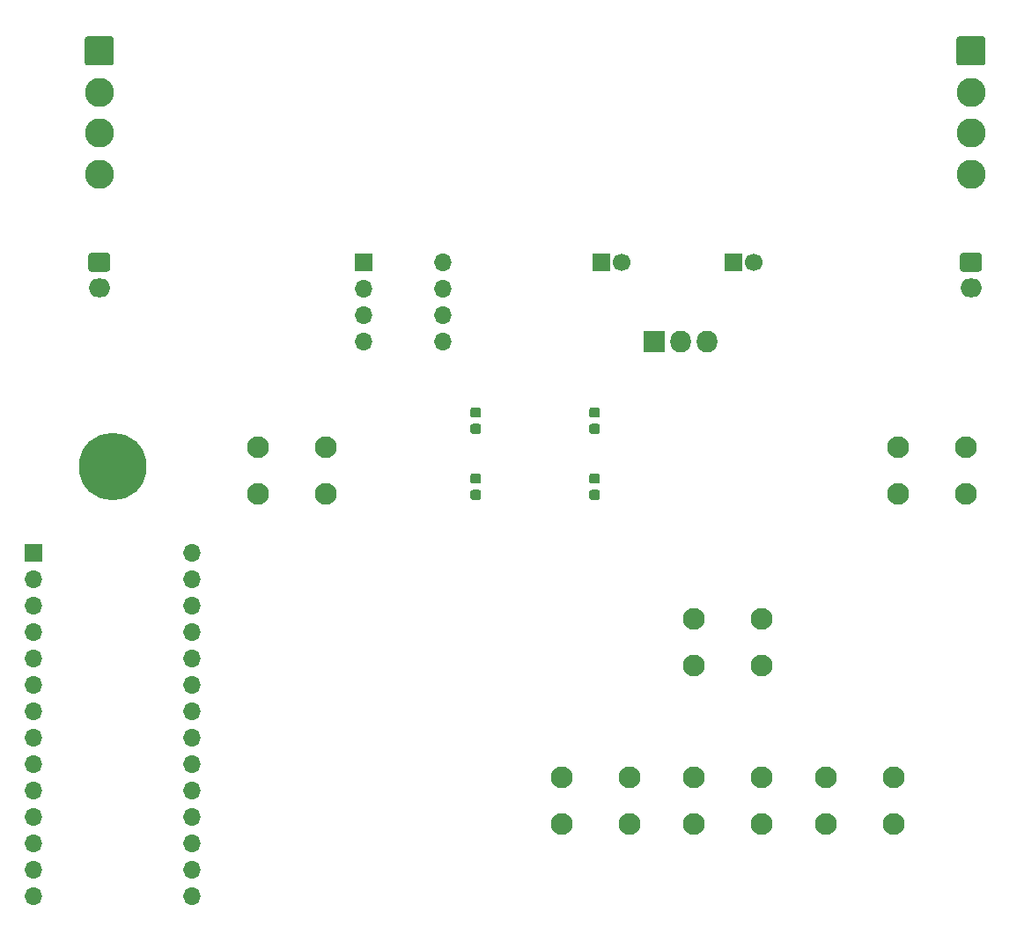
<source format=gts>
G04 #@! TF.GenerationSoftware,KiCad,Pcbnew,(5.1.6)-1*
G04 #@! TF.CreationDate,2020-09-10T20:19:44+09:00*
G04 #@! TF.ProjectId,ControllerPCB,436f6e74-726f-46c6-9c65-725043422e6b,rev?*
G04 #@! TF.SameCoordinates,Original*
G04 #@! TF.FileFunction,Soldermask,Top*
G04 #@! TF.FilePolarity,Negative*
%FSLAX46Y46*%
G04 Gerber Fmt 4.6, Leading zero omitted, Abs format (unit mm)*
G04 Created by KiCad (PCBNEW (5.1.6)-1) date 2020-09-10 20:19:44*
%MOMM*%
%LPD*%
G01*
G04 APERTURE LIST*
%ADD10C,6.500000*%
%ADD11O,2.005000X2.100000*%
%ADD12R,2.005000X2.100000*%
%ADD13C,2.100000*%
%ADD14O,1.700000X1.700000*%
%ADD15R,1.700000X1.700000*%
%ADD16O,2.100000X1.800000*%
%ADD17C,2.800000*%
%ADD18C,1.700000*%
G04 APERTURE END LIST*
D10*
G04 #@! TO.C,REF\u002A\u002A*
X110490000Y-99695000D03*
G04 #@! TD*
D11*
G04 #@! TO.C,U1*
X167640000Y-87630000D03*
X165100000Y-87630000D03*
D12*
X162560000Y-87630000D03*
G04 #@! TD*
D13*
G04 #@! TO.C,SW6*
X192555000Y-97790000D03*
X192555000Y-102290000D03*
X186055000Y-97790000D03*
X186055000Y-102290000D03*
G04 #@! TD*
G04 #@! TO.C,SW5*
X185570000Y-129540000D03*
X185570000Y-134040000D03*
X179070000Y-129540000D03*
X179070000Y-134040000D03*
G04 #@! TD*
G04 #@! TO.C,SW4*
X172870000Y-129540000D03*
X172870000Y-134040000D03*
X166370000Y-129540000D03*
X166370000Y-134040000D03*
G04 #@! TD*
G04 #@! TO.C,SW3*
X172870000Y-114300000D03*
X172870000Y-118800000D03*
X166370000Y-114300000D03*
X166370000Y-118800000D03*
G04 #@! TD*
G04 #@! TO.C,SW2*
X160170000Y-129540000D03*
X160170000Y-134040000D03*
X153670000Y-129540000D03*
X153670000Y-134040000D03*
G04 #@! TD*
G04 #@! TO.C,SW1*
X130960000Y-97790000D03*
X130960000Y-102290000D03*
X124460000Y-97790000D03*
X124460000Y-102290000D03*
G04 #@! TD*
G04 #@! TO.C,R6*
G36*
G01*
X145133750Y-95550000D02*
X145696250Y-95550000D01*
G75*
G02*
X145940000Y-95793750I0J-243750D01*
G01*
X145940000Y-96281250D01*
G75*
G02*
X145696250Y-96525000I-243750J0D01*
G01*
X145133750Y-96525000D01*
G75*
G02*
X144890000Y-96281250I0J243750D01*
G01*
X144890000Y-95793750D01*
G75*
G02*
X145133750Y-95550000I243750J0D01*
G01*
G37*
G36*
G01*
X145133750Y-93975000D02*
X145696250Y-93975000D01*
G75*
G02*
X145940000Y-94218750I0J-243750D01*
G01*
X145940000Y-94706250D01*
G75*
G02*
X145696250Y-94950000I-243750J0D01*
G01*
X145133750Y-94950000D01*
G75*
G02*
X144890000Y-94706250I0J243750D01*
G01*
X144890000Y-94218750D01*
G75*
G02*
X145133750Y-93975000I243750J0D01*
G01*
G37*
G04 #@! TD*
G04 #@! TO.C,R5*
G36*
G01*
X156563750Y-95550000D02*
X157126250Y-95550000D01*
G75*
G02*
X157370000Y-95793750I0J-243750D01*
G01*
X157370000Y-96281250D01*
G75*
G02*
X157126250Y-96525000I-243750J0D01*
G01*
X156563750Y-96525000D01*
G75*
G02*
X156320000Y-96281250I0J243750D01*
G01*
X156320000Y-95793750D01*
G75*
G02*
X156563750Y-95550000I243750J0D01*
G01*
G37*
G36*
G01*
X156563750Y-93975000D02*
X157126250Y-93975000D01*
G75*
G02*
X157370000Y-94218750I0J-243750D01*
G01*
X157370000Y-94706250D01*
G75*
G02*
X157126250Y-94950000I-243750J0D01*
G01*
X156563750Y-94950000D01*
G75*
G02*
X156320000Y-94706250I0J243750D01*
G01*
X156320000Y-94218750D01*
G75*
G02*
X156563750Y-93975000I243750J0D01*
G01*
G37*
G04 #@! TD*
D14*
G04 #@! TO.C,J6*
X142240000Y-80010000D03*
X134620000Y-87630000D03*
X142240000Y-82550000D03*
X134620000Y-85090000D03*
X142240000Y-85090000D03*
X134620000Y-82550000D03*
X142240000Y-87630000D03*
D15*
X134620000Y-80010000D03*
G04 #@! TD*
D16*
G04 #@! TO.C,J5*
X109220000Y-82510000D03*
G36*
G01*
X108434706Y-79110000D02*
X110005294Y-79110000D01*
G75*
G02*
X110270000Y-79374706I0J-264706D01*
G01*
X110270000Y-80645294D01*
G75*
G02*
X110005294Y-80910000I-264706J0D01*
G01*
X108434706Y-80910000D01*
G75*
G02*
X108170000Y-80645294I0J264706D01*
G01*
X108170000Y-79374706D01*
G75*
G02*
X108434706Y-79110000I264706J0D01*
G01*
G37*
G04 #@! TD*
D17*
G04 #@! TO.C,J4*
X193040000Y-71570000D03*
X193040000Y-67610000D03*
X193040000Y-63650000D03*
G36*
G01*
X191899260Y-58290000D02*
X194180740Y-58290000D01*
G75*
G02*
X194440000Y-58549260I0J-259260D01*
G01*
X194440000Y-60830740D01*
G75*
G02*
X194180740Y-61090000I-259260J0D01*
G01*
X191899260Y-61090000D01*
G75*
G02*
X191640000Y-60830740I0J259260D01*
G01*
X191640000Y-58549260D01*
G75*
G02*
X191899260Y-58290000I259260J0D01*
G01*
G37*
G04 #@! TD*
D14*
G04 #@! TO.C,J3*
X118110000Y-107950000D03*
X102870000Y-140970000D03*
X118110000Y-110490000D03*
X102870000Y-138430000D03*
X118110000Y-113030000D03*
X102870000Y-135890000D03*
X118110000Y-115570000D03*
X102870000Y-133350000D03*
X118110000Y-118110000D03*
X102870000Y-130810000D03*
X118110000Y-120650000D03*
X102870000Y-128270000D03*
X118110000Y-123190000D03*
X102870000Y-125730000D03*
X118110000Y-125730000D03*
X102870000Y-123190000D03*
X118110000Y-128270000D03*
X102870000Y-120650000D03*
X118110000Y-130810000D03*
X102870000Y-118110000D03*
X118110000Y-133350000D03*
X102870000Y-115570000D03*
X118110000Y-135890000D03*
X102870000Y-113030000D03*
X118110000Y-138430000D03*
X102870000Y-110490000D03*
X118110000Y-140970000D03*
D15*
X102870000Y-107950000D03*
G04 #@! TD*
D16*
G04 #@! TO.C,J2*
X193040000Y-82510000D03*
G36*
G01*
X192254706Y-79110000D02*
X193825294Y-79110000D01*
G75*
G02*
X194090000Y-79374706I0J-264706D01*
G01*
X194090000Y-80645294D01*
G75*
G02*
X193825294Y-80910000I-264706J0D01*
G01*
X192254706Y-80910000D01*
G75*
G02*
X191990000Y-80645294I0J264706D01*
G01*
X191990000Y-79374706D01*
G75*
G02*
X192254706Y-79110000I264706J0D01*
G01*
G37*
G04 #@! TD*
D17*
G04 #@! TO.C,J1*
X109220000Y-71570000D03*
X109220000Y-67610000D03*
X109220000Y-63650000D03*
G36*
G01*
X108079260Y-58290000D02*
X110360740Y-58290000D01*
G75*
G02*
X110620000Y-58549260I0J-259260D01*
G01*
X110620000Y-60830740D01*
G75*
G02*
X110360740Y-61090000I-259260J0D01*
G01*
X108079260Y-61090000D01*
G75*
G02*
X107820000Y-60830740I0J259260D01*
G01*
X107820000Y-58549260D01*
G75*
G02*
X108079260Y-58290000I259260J0D01*
G01*
G37*
G04 #@! TD*
G04 #@! TO.C,D2*
G36*
G01*
X145696250Y-101300000D02*
X145133750Y-101300000D01*
G75*
G02*
X144890000Y-101056250I0J243750D01*
G01*
X144890000Y-100568750D01*
G75*
G02*
X145133750Y-100325000I243750J0D01*
G01*
X145696250Y-100325000D01*
G75*
G02*
X145940000Y-100568750I0J-243750D01*
G01*
X145940000Y-101056250D01*
G75*
G02*
X145696250Y-101300000I-243750J0D01*
G01*
G37*
G36*
G01*
X145696250Y-102875000D02*
X145133750Y-102875000D01*
G75*
G02*
X144890000Y-102631250I0J243750D01*
G01*
X144890000Y-102143750D01*
G75*
G02*
X145133750Y-101900000I243750J0D01*
G01*
X145696250Y-101900000D01*
G75*
G02*
X145940000Y-102143750I0J-243750D01*
G01*
X145940000Y-102631250D01*
G75*
G02*
X145696250Y-102875000I-243750J0D01*
G01*
G37*
G04 #@! TD*
G04 #@! TO.C,D1*
G36*
G01*
X157126250Y-101300000D02*
X156563750Y-101300000D01*
G75*
G02*
X156320000Y-101056250I0J243750D01*
G01*
X156320000Y-100568750D01*
G75*
G02*
X156563750Y-100325000I243750J0D01*
G01*
X157126250Y-100325000D01*
G75*
G02*
X157370000Y-100568750I0J-243750D01*
G01*
X157370000Y-101056250D01*
G75*
G02*
X157126250Y-101300000I-243750J0D01*
G01*
G37*
G36*
G01*
X157126250Y-102875000D02*
X156563750Y-102875000D01*
G75*
G02*
X156320000Y-102631250I0J243750D01*
G01*
X156320000Y-102143750D01*
G75*
G02*
X156563750Y-101900000I243750J0D01*
G01*
X157126250Y-101900000D01*
G75*
G02*
X157370000Y-102143750I0J-243750D01*
G01*
X157370000Y-102631250D01*
G75*
G02*
X157126250Y-102875000I-243750J0D01*
G01*
G37*
G04 #@! TD*
D18*
G04 #@! TO.C,C2*
X172180000Y-80010000D03*
D15*
X170180000Y-80010000D03*
G04 #@! TD*
D18*
G04 #@! TO.C,C1*
X159480000Y-80010000D03*
D15*
X157480000Y-80010000D03*
G04 #@! TD*
M02*

</source>
